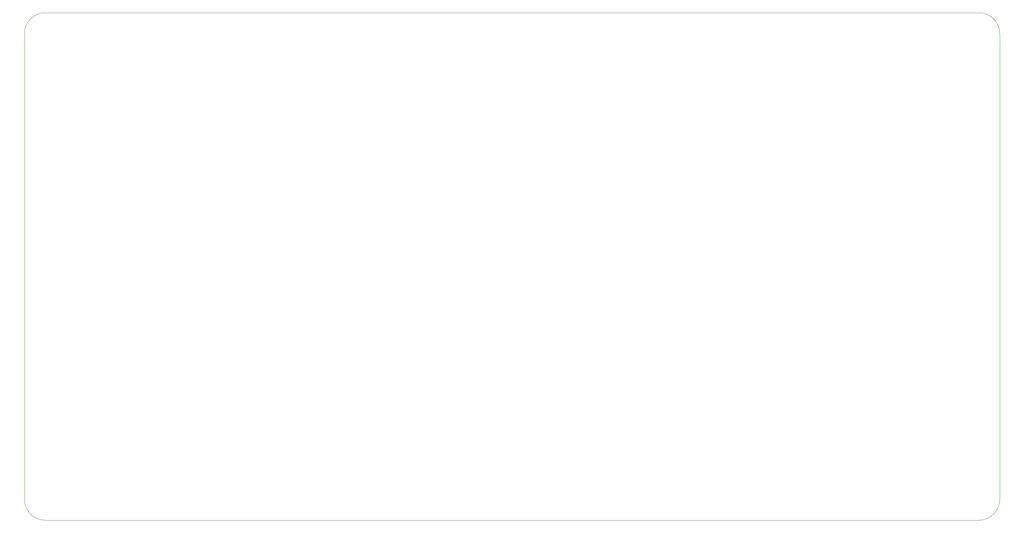
<source format=gbr>
%TF.GenerationSoftware,KiCad,Pcbnew,9.0.0*%
%TF.CreationDate,2025-05-01T21:08:40+03:00*%
%TF.ProjectId,cyberia,63796265-7269-4612-9e6b-696361645f70,v1.0.0*%
%TF.SameCoordinates,Original*%
%TF.FileFunction,Profile,NP*%
%FSLAX46Y46*%
G04 Gerber Fmt 4.6, Leading zero omitted, Abs format (unit mm)*
G04 Created by KiCad (PCBNEW 9.0.0) date 2025-05-01 21:08:40*
%MOMM*%
%LPD*%
G01*
G04 APERTURE LIST*
%TA.AperFunction,Profile*%
%ADD10C,0.050000*%
%TD*%
G04 APERTURE END LIST*
D10*
X88899998Y-182879998D02*
G75*
G02*
X83820002Y-177799999I2J5079998D01*
G01*
X88899999Y-58419999D02*
X317500000Y-58420000D01*
X322579999Y-177799998D02*
G75*
G02*
X317500000Y-182879999I-5079999J-2D01*
G01*
X317500000Y-182879998D02*
X88899998Y-182879998D01*
X83819997Y-177799999D02*
X83820000Y-63499998D01*
X317500000Y-58420000D02*
G75*
G02*
X322580000Y-63500000I0J-5080000D01*
G01*
X322579999Y-63500000D02*
X322579999Y-177799998D01*
X83820000Y-63499998D02*
G75*
G02*
X88899999Y-58420000I5080000J-2D01*
G01*
M02*

</source>
